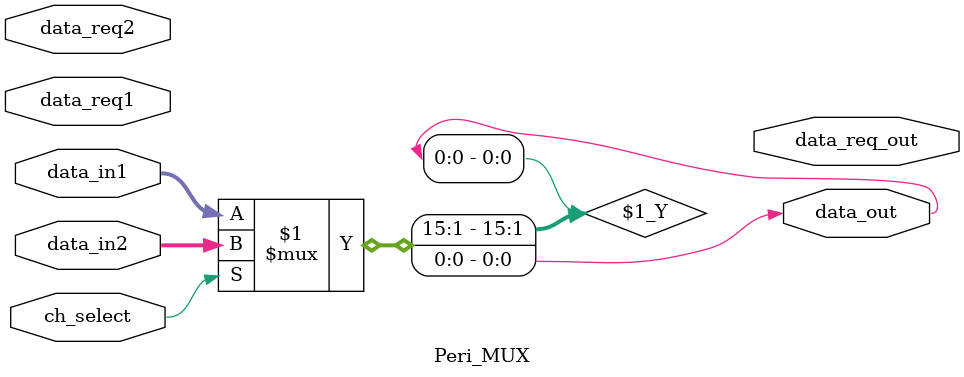
<source format=v>
module  Peri_MUX(
	input 			ch_select,
	input [15:0]	data_in1,
	input 			data_req1,
	input [15:0]	data_in2,
	input 			data_req2,	
	output 			data_out,
	output 			data_req_out
	);


	assign data_out = ch_select ? data_in2 : data_in1;
	assign data_req = ch_select ? data_req2 : data_req1;	
    
	 
endmodule
</source>
